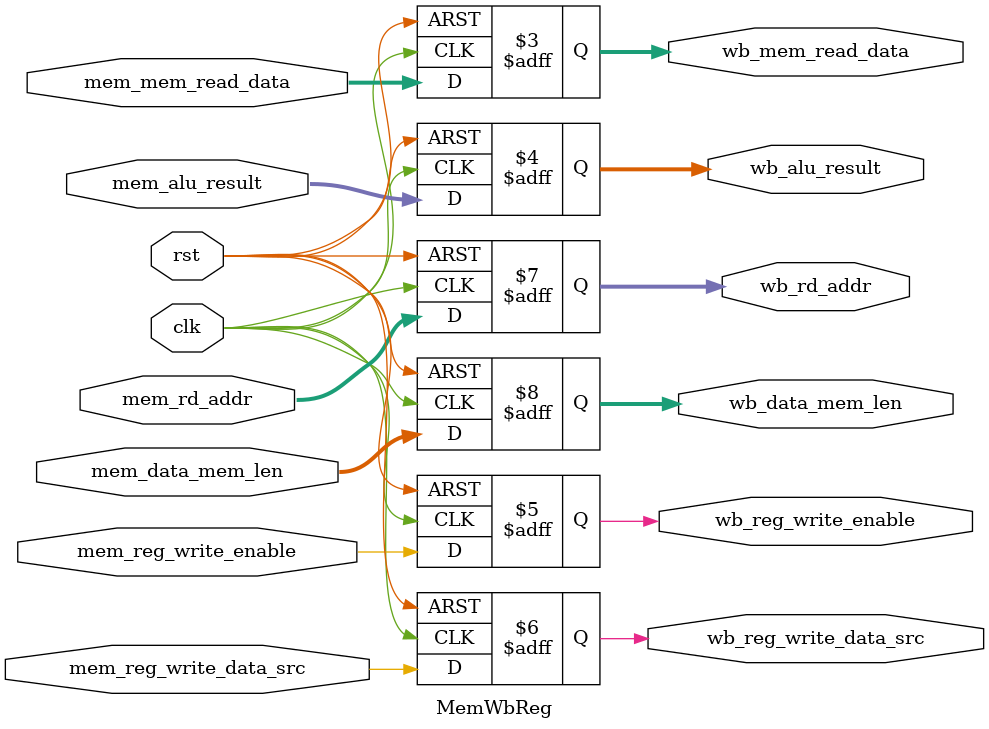
<source format=v>
`timescale 1ns / 1ps


module MemWbReg(
    input clk,
    input rst,
    
    input [31:0] mem_mem_read_data,
    input [31:0] mem_alu_result,
    input mem_reg_write_enable,
    input mem_reg_write_data_src,
    input [4:0] mem_rd_addr,
    input [2:0] mem_data_mem_len,

    output reg [31:0] wb_mem_read_data,
    output reg [31:0] wb_alu_result,
    output reg wb_reg_write_enable,
    output reg wb_reg_write_data_src,
    output reg [4:0] wb_rd_addr,
    output reg [2:0] wb_data_mem_len
    );

    always @(posedge clk or negedge rst) begin 
        if(!rst) begin
            wb_mem_read_data <= 32'h0;
            wb_alu_result <= 32'h0;
            wb_reg_write_enable <= 1'h0;
            wb_reg_write_data_src <= 1'h0;
            wb_rd_addr <= 5'h0;
            wb_data_mem_len <= 3'h0;
        end
        else begin 
            wb_mem_read_data <= mem_mem_read_data;
            wb_alu_result <= mem_alu_result;
            wb_reg_write_enable <= mem_reg_write_enable;
            wb_reg_write_data_src <= mem_reg_write_data_src;
            wb_rd_addr <= mem_rd_addr;
            wb_data_mem_len <= mem_data_mem_len;
        end
    end

endmodule

</source>
